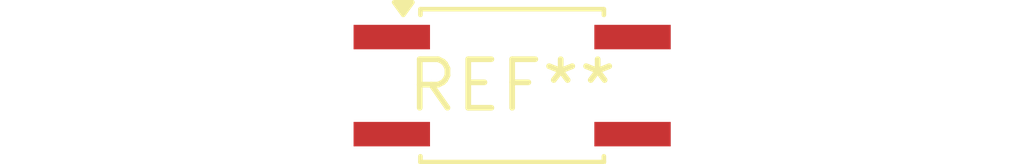
<source format=kicad_pcb>
(kicad_pcb (version 20240108) (generator pcbnew)
  (layers (0 "F.Cu" signal) (31 "B.Cu" signal) (34 "B.Paste" user) (35 "F.Paste" user) (36 "B.SilkS" user "B.Silkscreen") (37 "F.SilkS" user "F.Silkscreen") (38 "B.Mask" user) (39 "F.Mask" user) (44 "Edge.Cuts" user))
  (net 0 "")
  (footprint "SO-4_4.4x3.6mm_P2.54mm" (layer "F.Cu") (at 0 0)
    (property "Reference" "REF**")
    (property "Value" "SO-4_4.4x3.6mm_P2.54mm")
    (fp_line (start -2.4 -2) (end 2.4 -2) (layer "F.SilkS") (stroke (width 0.12)))
    (fp_line (start -2.4 -1.85) (end -2.4 -2) (layer "F.SilkS") (stroke (width 0.12)))
    (fp_line (start -2.4 2) (end -2.4 1.85) (layer "F.SilkS") (stroke (width 0.12)))
    (fp_line (start 2.4 -2) (end 2.4 -1.85) (layer "F.SilkS") (stroke (width 0.12)))
    (fp_line (start 2.4 1.85) (end 2.4 2) (layer "F.SilkS") (stroke (width 0.12)))
    (fp_line (start 2.4 2) (end -2.4 2) (layer "F.SilkS") (stroke (width 0.12)))
    (fp_poly (pts (xy -2.85 -1.85) (xy -3.09 -2.18) (xy -2.61 -2.18) (xy -2.85 -1.85)) (layer "F.SilkS") (stroke (width 0.12)) (fill solid))
    (pad "1" smd rect (at -3.15 -1.27) (size 2 0.64) (layers "F.Cu" "F.Paste" "F.Mask"))
    (pad "2" smd rect (at -3.15 1.27) (size 2 0.64) (layers "F.Cu" "F.Paste" "F.Mask"))
    (pad "3" smd rect (at 3.15 1.27) (size 2 0.64) (layers "F.Cu" "F.Paste" "F.Mask"))
    (pad "4" smd rect (at 3.15 -1.27) (size 2 0.64) (layers "F.Cu" "F.Paste" "F.Mask"))
  )
)
</source>
